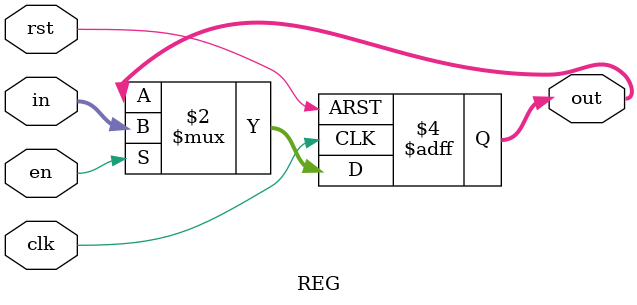
<source format=v>
`timescale 1ns / 1ps


module REG(
    input [5:0] in,
    input en,
    input rst,
    input clk,
    output reg [5:0] out
    );
    always @(posedge clk or posedge rst)
        if(rst)
            out <= 6'b000000;
        else 
        begin
            if(en)
                out <= in;
        end     
endmodule

</source>
